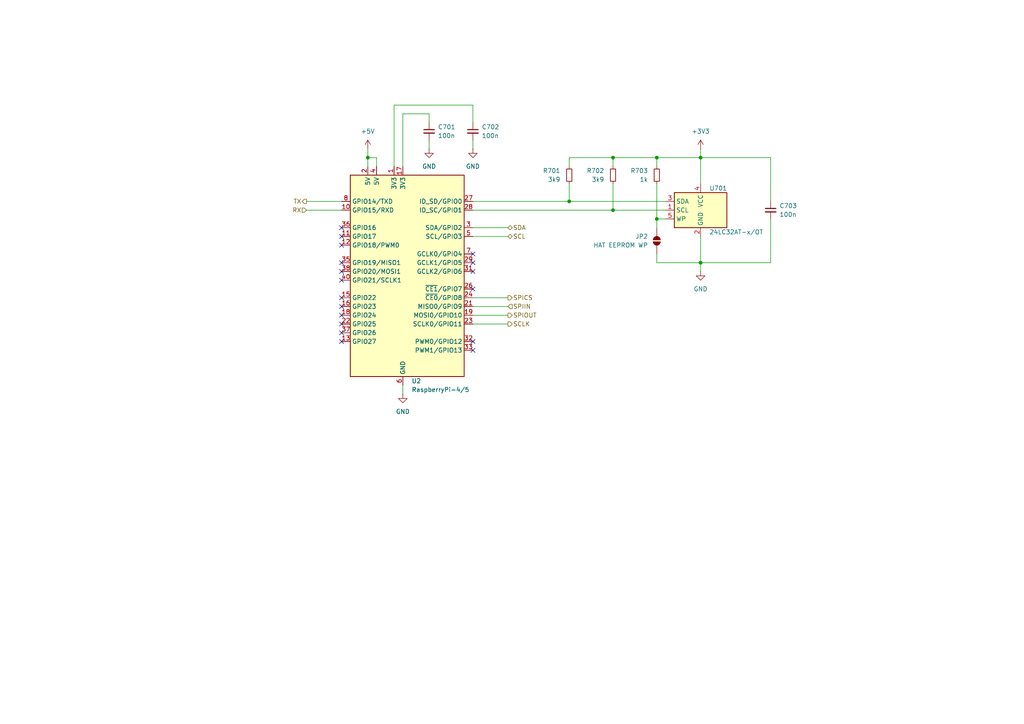
<source format=kicad_sch>
(kicad_sch (version 20250114) (generator "eeschema") (generator_version "9.0")
  (paper "A4")
  (lib_symbols
    (symbol "Device:C_Small" (pin_numbers (hide yes)) (pin_names (offset 0.254) (hide yes))
      (property "Reference" "C" (at 0.254 1.778 0))
      (property "Value" "C_Small" (at 0.254 -2.032 0))
      (symbol "C_Small_0_1"
        (polyline (pts (xy -1.524 0.508) (xy 1.524 0.508)) (stroke (width 0.3048)))
        (polyline (pts (xy -1.524 -0.508) (xy 1.524 -0.508)) (stroke (width 0.3302)))
      )
      (symbol "C_Small_1_1"
        (pin passive line (at 0 2.54 270) (length 2.032) (name "~") (number "1"))
        (pin passive line (at 0 -2.54 90) (length 2.032) (name "~") (number "2"))
      )
    )
    (symbol "Device:R_Small" (pin_numbers (hide yes)) (pin_names (offset 0.254) (hide yes))
      (property "Reference" "R" (at 0.762 0.508 0))
      (property "Value" "R_Small" (at 0.762 -1.016 0))
      (symbol "R_Small_0_1"
        (rectangle (start -0.762 1.778) (end 0.762 -1.778) (stroke (width 0.2032)))
      )
      (symbol "R_Small_1_1"
        (pin passive line (at 0 2.54 270) (length 0.762) (name "~") (number "1"))
        (pin passive line (at 0 -2.54 90) (length 0.762) (name "~") (number "2"))
      )
    )
    (symbol "Jumper:SolderJumper_2_Open" (pin_numbers (hide yes)) (pin_names (offset 0) (hide yes)) (exclude_from_sim yes) (in_bom no)
      (property "Reference" "JP" (at 0 2.032 0))
      (property "Value" "SolderJumper_2_Open" (at 0 -2.54 0))
      (symbol "SolderJumper_2_Open_0_1"
        (polyline (pts (xy -0.254 1.016) (xy -0.254 -1.016)))
        (arc (start -0.254 -1.016) (mid -1.2656 0) (end -0.254 1.016))
        (arc (start -0.254 -1.016) (mid -1.2656 0) (end -0.254 1.016) (fill (type outline)))
        (arc (start 0.254 1.016) (mid 1.2656 0) (end 0.254 -1.016))
        (arc (start 0.254 1.016) (mid 1.2656 0) (end 0.254 -1.016) (fill (type outline)))
        (polyline (pts (xy 0.254 1.016) (xy 0.254 -1.016)))
      )
      (symbol "SolderJumper_2_Open_1_1"
        (pin passive line (at -3.81 0 0) (length 2.54) (name "A") (number "1"))
        (pin passive line (at 3.81 0 180) (length 2.54) (name "B") (number "2"))
      )
    )
    (symbol "power:+3V3" (power) (pin_numbers (hide yes)) (pin_names (offset 0) (hide yes))
      (property "Value" "+3V3" (at 0 3.556 0))
      (symbol "+3V3_0_1"
        (polyline (pts (xy -0.762 1.27) (xy 0 2.54)))
        (polyline (pts (xy 0 2.54) (xy 0.762 1.27)))
        (polyline (pts (xy 0 0) (xy 0 2.54)))
      )
      (symbol "+3V3_1_1"
        (pin power_in line (at 0 0 90) (length 0) (name "~") (number "1"))
      )
    )
    (symbol "power:+5V" (power) (pin_numbers (hide yes)) (pin_names (offset 0) (hide yes))
      (property "Value" "+5V" (at 0 3.556 0))
      (symbol "+5V_0_1"
        (polyline (pts (xy -0.762 1.27) (xy 0 2.54)))
        (polyline (pts (xy 0 2.54) (xy 0.762 1.27)))
        (polyline (pts (xy 0 0) (xy 0 2.54)))
      )
      (symbol "+5V_1_1"
        (pin power_in line (at 0 0 90) (length 0) (name "~") (number "1"))
      )
    )
    (symbol "power:GND" (power) (pin_numbers (hide yes)) (pin_names (offset 0) (hide yes))
      (property "Value" "GND" (at 0 -3.81 0))
      (symbol "GND_0_1"
        (polyline (pts (xy 0 0) (xy 0 -1.27) (xy 1.27 -1.27) (xy 0 -2.54) (xy -1.27 -1.27) (xy 0 -1.27)))
      )
      (symbol "GND_1_1"
        (pin power_in line (at 0 0 270) (length 0) (name "~") (number "1"))
      )
    )
    (symbol "stmbl-fpga-master:24LC32AT-x/OT"
      (property "Reference" "U" (at -6.35 6.35 0))
      (property "Value" "24LC32AT-x/OT" (at 1.27 6.35 0))
      (symbol "24LC32AT-x/OT_1_1"
        (rectangle (start -7.62 5.08) (end 7.62 -5.08) (stroke (width 0.254)) (fill (type background)))
        (pin power_in line (at 0 7.62 270) (length 2.54) (name "VCC") (number "4"))
        (pin power_in line (at 0 -7.62 90) (length 2.54) (name "GND") (number "2"))
        (pin bidirectional line (at 10.16 2.54 180) (length 2.54) (name "SDA") (number "3"))
        (pin input line (at 10.16 0 180) (length 2.54) (name "SCL") (number "1"))
        (pin input line (at 10.16 -2.54 180) (length 2.54) (name "WP") (number "5"))
      )
    )
    (symbol "stmbl-fpga-master:RaspberryPi-5"
      (property "Reference" "U" (at -15.24 31.75 0))
      (property "Value" "RaspberryPi-5" (at 2.54 -29.21 0))
      (symbol "RaspberryPi-5_0_1"
        (rectangle (start -15.24 30.48) (end 17.78 -27.94) (stroke (width 0.254)) (fill (type background)))
      )
      (symbol "RaspberryPi-5_1_1"
        (pin bidirectional line (at -17.78 22.86 0) (length 2.54) (name "GPIO14/TXD") (number "8"))
        (pin bidirectional line (at -17.78 20.32 0) (length 2.54) (name "GPIO15/RXD") (number "10"))
        (pin bidirectional line (at -17.78 15.24 0) (length 2.54) (name "GPIO16") (number "36"))
        (pin bidirectional line (at -17.78 12.7 0) (length 2.54) (name "GPIO17") (number "11"))
        (pin bidirectional line (at -17.78 10.16 0) (length 2.54) (name "GPIO18/PWM0") (number "12"))
        (pin bidirectional line (at -17.78 5.08 0) (length 2.54) (name "GPIO19/MISO1") (number "35"))
        (pin bidirectional line (at -17.78 2.54 0) (length 2.54) (name "GPIO20/MOSI1") (number "38"))
        (pin bidirectional line (at -17.78 0 0) (length 2.54) (name "GPIO21/SCLK1") (number "40"))
        (pin bidirectional line (at -17.78 -5.08 0) (length 2.54) (name "GPIO22") (number "15"))
        (pin bidirectional line (at -17.78 -7.62 0) (length 2.54) (name "GPIO23") (number "16"))
        (pin bidirectional line (at -17.78 -10.16 0) (length 2.54) (name "GPIO24") (number "18"))
        (pin bidirectional line (at -17.78 -12.7 0) (length 2.54) (name "GPIO25") (number "22"))
        (pin bidirectional line (at -17.78 -15.24 0) (length 2.54) (name "GPIO26") (number "37"))
        (pin bidirectional line (at -17.78 -17.78 0) (length 2.54) (name "GPIO27") (number "13"))
        (pin power_in line (at -10.16 33.02 270) (length 2.54) (name "5V") (number "2"))
        (pin power_in line (at -7.62 33.02 270) (length 2.54) (name "5V") (number "4"))
        (pin power_in line (at -2.54 33.02 270) (length 2.54) (name "3V3") (number "1"))
        (pin power_in line (at 0 33.02 270) (length 2.54) (name "3V3") (number "17"))
        (pin passive line (at 0 -30.48 90) (length 2.54) (hide yes) (name "GND") (number "14"))
        (pin passive line (at 0 -30.48 90) (length 2.54) (hide yes) (name "GND") (number "20"))
        (pin passive line (at 0 -30.48 90) (length 2.54) (hide yes) (name "GND") (number "25"))
        (pin passive line (at 0 -30.48 90) (length 2.54) (hide yes) (name "GND") (number "30"))
        (pin passive line (at 0 -30.48 90) (length 2.54) (hide yes) (name "GND") (number "34"))
        (pin passive line (at 0 -30.48 90) (length 2.54) (hide yes) (name "GND") (number "39"))
        (pin power_in line (at 0 -30.48 90) (length 2.54) (name "GND") (number "6"))
        (pin passive line (at 0 -30.48 90) (length 2.54) (hide yes) (name "GND") (number "9"))
        (pin bidirectional line (at 20.32 22.86 180) (length 2.54) (name "ID_SD/GPIO0") (number "27"))
        (pin bidirectional line (at 20.32 20.32 180) (length 2.54) (name "ID_SC/GPIO1") (number "28"))
        (pin bidirectional line (at 20.32 15.24 180) (length 2.54) (name "SDA/GPIO2") (number "3"))
        (pin bidirectional line (at 20.32 12.7 180) (length 2.54) (name "SCL/GPIO3") (number "5"))
        (pin bidirectional line (at 20.32 7.62 180) (length 2.54) (name "GCLK0/GPIO4") (number "7"))
        (pin bidirectional line (at 20.32 5.08 180) (length 2.54) (name "GCLK1/GPIO5") (number "29"))
        (pin bidirectional line (at 20.32 2.54 180) (length 2.54) (name "GCLK2/GPIO6") (number "31"))
        (pin bidirectional line (at 20.32 -2.54 180) (length 2.54) (name "~{CE1}/GPIO7") (number "26"))
        (pin bidirectional line (at 20.32 -5.08 180) (length 2.54) (name "~{CE0}/GPIO8") (number "24"))
        (pin bidirectional line (at 20.32 -7.62 180) (length 2.54) (name "MISO0/GPIO9") (number "21"))
        (pin bidirectional line (at 20.32 -10.16 180) (length 2.54) (name "MOSI0/GPIO10") (number "19"))
        (pin bidirectional line (at 20.32 -12.7 180) (length 2.54) (name "SCLK0/GPIO11") (number "23"))
        (pin bidirectional line (at 20.32 -17.78 180) (length 2.54) (name "PWM0/GPIO12") (number "32"))
        (pin bidirectional line (at 20.32 -20.32 180) (length 2.54) (name "PWM1/GPIO13") (number "33"))
      )
    )
  )
  (junction (at 165.1 58.42))
  (junction (at 190.5 63.5))
  (junction (at 177.8 45.72))
  (junction (at 190.5 45.72))
  (junction (at 106.68 45.72))
  (junction (at 177.8 60.96))
  (junction (at 203.2 76.2))
  (junction (at 203.2 45.72))
  (no_connect (at 99.06 71.12))
  (no_connect (at 99.06 81.28))
  (no_connect (at 99.06 66.04))
  (no_connect (at 99.06 99.06))
  (no_connect (at 137.16 101.6))
  (no_connect (at 137.16 99.06))
  (no_connect (at 99.06 68.58))
  (no_connect (at 99.06 76.2))
  (no_connect (at 99.06 91.44))
  (no_connect (at 99.06 86.36))
  (no_connect (at 99.06 93.98))
  (no_connect (at 99.06 78.74))
  (no_connect (at 137.16 78.74))
  (no_connect (at 99.06 96.52))
  (no_connect (at 137.16 83.82))
  (no_connect (at 137.16 76.2))
  (no_connect (at 99.06 88.9))
  (no_connect (at 137.16 73.66))
  (wire (pts (xy 203.2 76.2) (xy 203.2 78.74)))
  (wire (pts (xy 137.16 58.42) (xy 165.1 58.42)))
  (wire (pts (xy 88.9 60.96) (xy 99.06 60.96)))
  (wire (pts (xy 177.8 48.26) (xy 177.8 45.72)))
  (wire (pts (xy 106.68 43.18) (xy 106.68 45.72)))
  (wire (pts (xy 223.52 63.5) (xy 223.52 76.2)))
  (wire (pts (xy 116.84 111.76) (xy 116.84 114.3)))
  (wire (pts (xy 137.16 66.04) (xy 147.32 66.04)))
  (wire (pts (xy 203.2 45.72) (xy 203.2 53.34)))
  (wire (pts (xy 109.22 48.26) (xy 109.22 45.72)))
  (wire (pts (xy 177.8 45.72) (xy 190.5 45.72)))
  (wire (pts (xy 88.9 58.42) (xy 99.06 58.42)))
  (wire (pts (xy 137.16 93.98) (xy 147.32 93.98)))
  (wire (pts (xy 203.2 68.58) (xy 203.2 76.2)))
  (wire (pts (xy 177.8 53.34) (xy 177.8 60.96)))
  (wire (pts (xy 165.1 58.42) (xy 193.04 58.42)))
  (wire (pts (xy 190.5 63.5) (xy 190.5 66.04)))
  (wire (pts (xy 165.1 45.72) (xy 177.8 45.72)))
  (wire (pts (xy 114.3 30.48) (xy 137.16 30.48)))
  (wire (pts (xy 137.16 88.9) (xy 147.32 88.9)))
  (wire (pts (xy 203.2 76.2) (xy 223.52 76.2)))
  (wire (pts (xy 165.1 53.34) (xy 165.1 58.42)))
  (wire (pts (xy 116.84 48.26) (xy 116.84 33.02)))
  (wire (pts (xy 190.5 48.26) (xy 190.5 45.72)))
  (wire (pts (xy 223.52 45.72) (xy 203.2 45.72)))
  (wire (pts (xy 106.68 45.72) (xy 106.68 48.26)))
  (wire (pts (xy 177.8 60.96) (xy 193.04 60.96)))
  (wire (pts (xy 109.22 45.72) (xy 106.68 45.72)))
  (wire (pts (xy 190.5 76.2) (xy 203.2 76.2)))
  (wire (pts (xy 203.2 43.18) (xy 203.2 45.72)))
  (wire (pts (xy 190.5 63.5) (xy 193.04 63.5)))
  (wire (pts (xy 223.52 58.42) (xy 223.52 45.72)))
  (wire (pts (xy 165.1 48.26) (xy 165.1 45.72)))
  (wire (pts (xy 114.3 48.26) (xy 114.3 30.48)))
  (wire (pts (xy 124.46 40.64) (xy 124.46 43.18)))
  (wire (pts (xy 137.16 91.44) (xy 147.32 91.44)))
  (wire (pts (xy 190.5 53.34) (xy 190.5 63.5)))
  (wire (pts (xy 137.16 86.36) (xy 147.32 86.36)))
  (wire (pts (xy 137.16 40.64) (xy 137.16 43.18)))
  (wire (pts (xy 137.16 60.96) (xy 177.8 60.96)))
  (wire (pts (xy 137.16 30.48) (xy 137.16 35.56)))
  (wire (pts (xy 190.5 45.72) (xy 203.2 45.72)))
  (wire (pts (xy 137.16 68.58) (xy 147.32 68.58)))
  (wire (pts (xy 116.84 33.02) (xy 124.46 33.02)))
  (wire (pts (xy 190.5 73.66) (xy 190.5 76.2)))
  (wire (pts (xy 124.46 33.02) (xy 124.46 35.56)))
  (hierarchical_label "SDA" (shape bidirectional) (at 147.32 66.04 0))
  (hierarchical_label "SCL" (shape bidirectional) (at 147.32 68.58 0))
  (hierarchical_label "SPIOUT" (shape output) (at 147.32 91.44 0))
  (hierarchical_label "SPICS" (shape output) (at 147.32 86.36 0))
  (hierarchical_label "RX" (shape input) (at 88.9 60.96 180))
  (hierarchical_label "TX" (shape output) (at 88.9 58.42 180))
  (hierarchical_label "SPIIN" (shape input) (at 147.32 88.9 0))
  (hierarchical_label "SCLK" (shape output) (at 147.32 93.98 0))
  (symbol (lib_id "Device:R_Small") (at 177.8 50.8 0) (unit 1)
    (property "Reference" "R702" (at 175.26 49.5299 0) (effects (justify right)))
    (property "Value" "3k9" (at 175.26 52.0699 0) (effects (justify right)))
    (property "Footprint" "Resistor_SMD:R_0603_1608Metric" (effects (hide yes)))
    (property "Description" "Resistor, small symbol" (effects (hide yes)))
  )
  (symbol (lib_id "stmbl-fpga-master:RaspberryPi-5") (at 116.84 81.28 0) (unit 1)
    (property "Reference" "U2" (at 119.38 110.49 0) (effects (justify left)))
    (property "Value" "RaspberryPi-4/5" (at 119.38 113.03 0) (effects (justify left)))
    (property "Footprint" "stmbl-fpga-master:Raspberry_Pi_5_Socketed_THT_FaceDown_MountingHoles" (effects (hide yes)))
  )
  (symbol (lib_id "power:+5V") (at 106.68 43.18 0) (unit 1)
    (property "Reference" "#PWR0701" (effects (hide yes)))
    (property "Value" "+5V" (at 106.68 38.1 0))
    (property "Description" "Power symbol creates a global label with name \"+5V\"" (effects (hide yes)))
  )
  (symbol (lib_id "power:GND") (at 124.46 43.18 0) (unit 1)
    (property "Reference" "#PWR0703" (effects (hide yes)))
    (property "Value" "GND" (at 124.46 48.26 0))
    (property "Description" "Power symbol creates a global label with name \"GND\" , ground" (effects (hide yes)))
  )
  (symbol (lib_id "Device:C_Small") (at 137.16 38.1 0) (unit 1)
    (property "Reference" "C702" (at 139.7 36.8362 0) (effects (justify left)))
    (property "Value" "100n" (at 139.7 39.3762 0) (effects (justify left)))
    (property "Footprint" "Capacitor_SMD:C_0603_1608Metric" (effects (hide yes)))
    (property "Description" "Unpolarized capacitor, small symbol" (effects (hide yes)))
  )
  (symbol (lib_id "Device:C_Small") (at 124.46 38.1 0) (unit 1)
    (property "Reference" "C701" (at 127 36.8362 0) (effects (justify left)))
    (property "Value" "100n" (at 127 39.3762 0) (effects (justify left)))
    (property "Footprint" "Capacitor_SMD:C_0603_1608Metric" (effects (hide yes)))
    (property "Description" "Unpolarized capacitor, small symbol" (effects (hide yes)))
  )
  (symbol (lib_id "Device:R_Small") (at 165.1 50.8 0) (unit 1)
    (property "Reference" "R701" (at 162.56 49.5299 0) (effects (justify right)))
    (property "Value" "3k9" (at 162.56 52.0699 0) (effects (justify right)))
    (property "Footprint" "Resistor_SMD:R_0603_1608Metric" (effects (hide yes)))
    (property "Description" "Resistor, small symbol" (effects (hide yes)))
  )
  (symbol (lib_id "power:GND") (at 137.16 43.18 0) (unit 1)
    (property "Reference" "#PWR0704" (effects (hide yes)))
    (property "Value" "GND" (at 137.16 48.26 0))
    (property "Description" "Power symbol creates a global label with name \"GND\" , ground" (effects (hide yes)))
  )
  (symbol (lib_id "stmbl-fpga-master:24LC32AT-x/OT") (at 203.2 60.96 0) (mirror y) (unit 1)
    (property "Reference" "U701" (at 205.74 54.61 0) (effects (justify right)))
    (property "Value" "24LC32AT-x/OT" (at 205.74 67.31 0) (effects (justify right)))
    (property "Footprint" "Package_TO_SOT_SMD:SOT-23-5" (effects (hide yes)))
    (property "Datasheet" "http://ww1.microchip.com/downloads/en/DeviceDoc/21703d.pdf" (effects (hide yes)))
    (property "Description" "I2C Serial EEPROM, 32Kb, SOT-23-5" (effects (hide yes)))
  )
  (symbol (lib_id "Device:R_Small") (at 190.5 50.8 0) (unit 1)
    (property "Reference" "R703" (at 187.96 49.5299 0) (effects (justify right)))
    (property "Value" "1k" (at 187.96 52.0699 0) (effects (justify right)))
    (property "Footprint" "Resistor_SMD:R_0603_1608Metric" (effects (hide yes)))
    (property "Description" "Resistor, small symbol" (effects (hide yes)))
  )
  (symbol (lib_id "power:GND") (at 116.84 114.3 0) (unit 1)
    (property "Reference" "#PWR0702" (effects (hide yes)))
    (property "Value" "GND" (at 116.84 119.38 0))
    (property "Description" "Power symbol creates a global label with name \"GND\" , ground" (effects (hide yes)))
  )
  (symbol (lib_id "power:GND") (at 203.2 78.74 0) (unit 1)
    (property "Reference" "#PWR0706" (effects (hide yes)))
    (property "Value" "GND" (at 203.2 83.82 0))
    (property "Description" "Power symbol creates a global label with name \"GND\" , ground" (effects (hide yes)))
  )
  (symbol (lib_id "Device:C_Small") (at 223.52 60.96 0) (unit 1)
    (property "Reference" "C703" (at 226.06 59.6962 0) (effects (justify left)))
    (property "Value" "100n" (at 226.06 62.2362 0) (effects (justify left)))
    (property "Footprint" "Capacitor_SMD:C_0603_1608Metric" (effects (hide yes)))
    (property "Description" "Unpolarized capacitor, small symbol" (effects (hide yes)))
  )
  (symbol (lib_id "Jumper:SolderJumper_2_Open") (at 190.5 69.85 270) (mirror x) (unit 1) (exclude_from_sim yes) (in_bom no)
    (property "Reference" "JP2" (at 187.96 68.5799 90) (effects (justify right)))
    (property "Value" "HAT EEPROM WP" (at 187.96 71.1199 90) (effects (justify right)))
    (property "Footprint" "Jumper:SolderJumper-2_P1.3mm_Open_RoundedPad1.0x1.5mm" (effects (hide yes)))
    (property "Description" "Solder Jumper, 2-pole, open" (effects (hide yes)))
  )
  (symbol (lib_id "power:+3V3") (at 203.2 43.18 0) (unit 1)
    (property "Reference" "#PWR0705" (effects (hide yes)))
    (property "Value" "+3V3" (at 203.2 38.1 0))
    (property "Description" "Power symbol creates a global label with name \"+3V3\"" (effects (hide yes)))
  )
)
</source>
